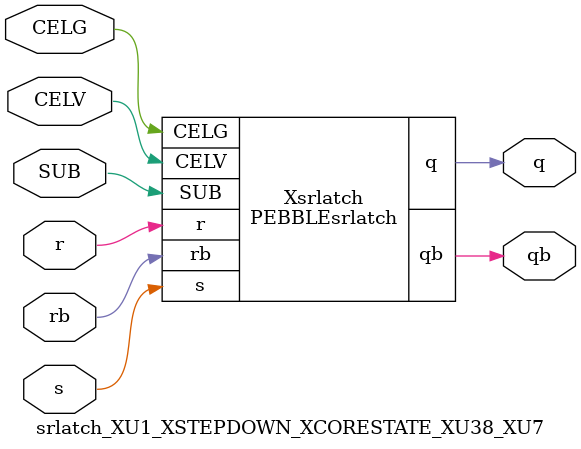
<source format=v>



module PEBBLEsrlatch ( q, qb, CELG, CELV, SUB, r, rb, s );

  input CELV;
  input s;
  output q;
  input rb;
  input r;
  input SUB;
  input CELG;
  output qb;
endmodule

//Celera Confidential Do Not Copy srlatch_XU1_XSTEPDOWN_XCORESTATE_XU38_XU7
//Celera Confidential Symbol Generator
//SR Latch
module srlatch_XU1_XSTEPDOWN_XCORESTATE_XU38_XU7 (CELV,CELG,s,r,rb,q,qb,SUB);
input CELV;
input CELG;
input s;
input r;
input rb;
input SUB;
output q;
output qb;

//Celera Confidential Do Not Copy srlatch
PEBBLEsrlatch Xsrlatch(
.CELV (CELV),
.r (r),
.s (s),
.q (q),
.qb (qb),
.rb (rb),
.SUB (SUB),
.CELG (CELG)
);
//,diesize,PEBBLEsrlatch

//Celera Confidential Do Not Copy Module End
//Celera Schematic Generator
endmodule

</source>
